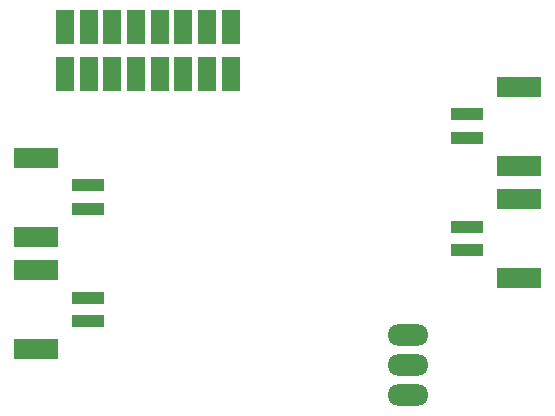
<source format=gbr>
G04 #@! TF.GenerationSoftware,KiCad,Pcbnew,(5.1.8)-1*
G04 #@! TF.CreationDate,2021-03-01T12:43:22-08:00*
G04 #@! TF.ProjectId,UAS,5541532e-6b69-4636-9164-5f7063625858,1*
G04 #@! TF.SameCoordinates,Original*
G04 #@! TF.FileFunction,Paste,Bot*
G04 #@! TF.FilePolarity,Positive*
%FSLAX46Y46*%
G04 Gerber Fmt 4.6, Leading zero omitted, Abs format (unit mm)*
G04 Created by KiCad (PCBNEW (5.1.8)-1) date 2021-03-01 12:43:22*
%MOMM*%
%LPD*%
G01*
G04 APERTURE LIST*
%ADD10O,3.500000X1.800000*%
%ADD11R,1.500000X3.000000*%
%ADD12R,2.700000X1.000000*%
%ADD13R,3.800000X1.800000*%
G04 APERTURE END LIST*
D10*
X153960000Y-101710000D03*
X153960000Y-104250000D03*
X153960000Y-106790000D03*
D11*
X124950000Y-79600000D03*
X124950000Y-75600000D03*
X126950000Y-79600000D03*
X126950000Y-75600000D03*
X128950000Y-79600000D03*
X128950000Y-75600000D03*
X130950000Y-79600000D03*
X130950000Y-75600000D03*
X132950000Y-79600000D03*
X132950000Y-75600000D03*
X134950000Y-79600000D03*
X134950000Y-75600000D03*
X136950000Y-79600000D03*
X136950000Y-75600000D03*
X138950000Y-79600000D03*
X138950000Y-75600000D03*
D12*
X126900000Y-91000000D03*
X126900000Y-89000000D03*
D13*
X122450000Y-86650000D03*
X122450000Y-93350000D03*
D12*
X126900000Y-100500000D03*
X126900000Y-98500000D03*
D13*
X122450000Y-96150000D03*
X122450000Y-102850000D03*
D12*
X158950000Y-92500000D03*
X158950000Y-94500000D03*
D13*
X163400000Y-96850000D03*
X163400000Y-90150000D03*
D12*
X158950000Y-83000000D03*
X158950000Y-85000000D03*
D13*
X163400000Y-87350000D03*
X163400000Y-80650000D03*
M02*

</source>
